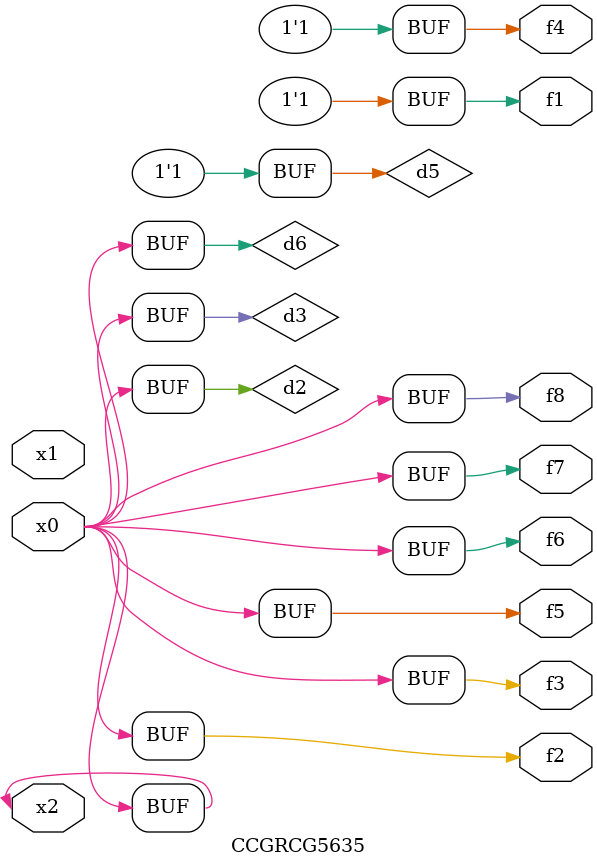
<source format=v>
module CCGRCG5635(
	input x0, x1, x2,
	output f1, f2, f3, f4, f5, f6, f7, f8
);

	wire d1, d2, d3, d4, d5, d6;

	xnor (d1, x2);
	buf (d2, x0, x2);
	and (d3, x0);
	xnor (d4, x1, x2);
	nand (d5, d1, d3);
	buf (d6, d2, d3);
	assign f1 = d5;
	assign f2 = d6;
	assign f3 = d6;
	assign f4 = d5;
	assign f5 = d6;
	assign f6 = d6;
	assign f7 = d6;
	assign f8 = d6;
endmodule

</source>
